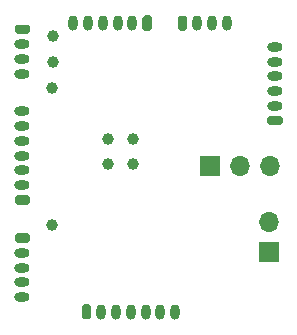
<source format=gbr>
G04 #@! TF.GenerationSoftware,KiCad,Pcbnew,(5.1.8-0-10_14)*
G04 #@! TF.CreationDate,2021-11-26T07:07:57-05:00*
G04 #@! TF.ProjectId,4809Rc,34383039-5263-42e6-9b69-6361645f7063,rev?*
G04 #@! TF.SameCoordinates,Original*
G04 #@! TF.FileFunction,Soldermask,Bot*
G04 #@! TF.FilePolarity,Negative*
%FSLAX46Y46*%
G04 Gerber Fmt 4.6, Leading zero omitted, Abs format (unit mm)*
G04 Created by KiCad (PCBNEW (5.1.8-0-10_14)) date 2021-11-26 07:07:57*
%MOMM*%
%LPD*%
G01*
G04 APERTURE LIST*
%ADD10C,1.000000*%
%ADD11O,1.700000X1.700000*%
%ADD12R,1.700000X1.700000*%
%ADD13O,0.800000X1.300000*%
%ADD14O,1.300000X0.800000*%
G04 APERTURE END LIST*
D10*
X148592540Y-100025200D03*
X153316400Y-94898399D03*
X155422600Y-94919800D03*
X148590000Y-88506300D03*
X153316400Y-92786200D03*
X155422600Y-92786200D03*
X148602700Y-86296500D03*
X148602700Y-84086700D03*
D11*
X166966900Y-99809300D03*
D12*
X166966900Y-102349300D03*
D13*
X158972900Y-107403900D03*
X157722900Y-107403900D03*
X156472900Y-107403900D03*
X155222900Y-107403900D03*
X153972900Y-107403900D03*
X152722900Y-107403900D03*
G36*
G01*
X151072900Y-107853900D02*
X151072900Y-106953900D01*
G75*
G02*
X151272900Y-106753900I200000J0D01*
G01*
X151672900Y-106753900D01*
G75*
G02*
X151872900Y-106953900I0J-200000D01*
G01*
X151872900Y-107853900D01*
G75*
G02*
X151672900Y-108053900I-200000J0D01*
G01*
X151272900Y-108053900D01*
G75*
G02*
X151072900Y-107853900I0J200000D01*
G01*
G37*
X163363600Y-82981800D03*
X162113600Y-82981800D03*
X160863600Y-82981800D03*
G36*
G01*
X159213600Y-83431800D02*
X159213600Y-82531800D01*
G75*
G02*
X159413600Y-82331800I200000J0D01*
G01*
X159813600Y-82331800D01*
G75*
G02*
X160013600Y-82531800I0J-200000D01*
G01*
X160013600Y-83431800D01*
G75*
G02*
X159813600Y-83631800I-200000J0D01*
G01*
X159413600Y-83631800D01*
G75*
G02*
X159213600Y-83431800I0J200000D01*
G01*
G37*
D11*
X166979600Y-95084900D03*
X164439600Y-95084900D03*
D12*
X161899600Y-95084900D03*
D14*
X146050000Y-90442400D03*
X146050000Y-91692400D03*
X146050000Y-92942400D03*
X146050000Y-94192400D03*
X146050000Y-95442400D03*
X146050000Y-96692400D03*
G36*
G01*
X146500000Y-98342400D02*
X145600000Y-98342400D01*
G75*
G02*
X145400000Y-98142400I0J200000D01*
G01*
X145400000Y-97742400D01*
G75*
G02*
X145600000Y-97542400I200000J0D01*
G01*
X146500000Y-97542400D01*
G75*
G02*
X146700000Y-97742400I0J-200000D01*
G01*
X146700000Y-98142400D01*
G75*
G02*
X146500000Y-98342400I-200000J0D01*
G01*
G37*
X146050000Y-106180900D03*
X146050000Y-104930900D03*
X146050000Y-103680900D03*
X146050000Y-102430900D03*
G36*
G01*
X145600000Y-100780900D02*
X146500000Y-100780900D01*
G75*
G02*
X146700000Y-100980900I0J-200000D01*
G01*
X146700000Y-101380900D01*
G75*
G02*
X146500000Y-101580900I-200000J0D01*
G01*
X145600000Y-101580900D01*
G75*
G02*
X145400000Y-101380900I0J200000D01*
G01*
X145400000Y-100980900D01*
G75*
G02*
X145600000Y-100780900I200000J0D01*
G01*
G37*
X167436800Y-84986800D03*
X167436800Y-86236800D03*
X167436800Y-87486800D03*
X167436800Y-88736800D03*
X167436800Y-89986800D03*
G36*
G01*
X167886800Y-91636800D02*
X166986800Y-91636800D01*
G75*
G02*
X166786800Y-91436800I0J200000D01*
G01*
X166786800Y-91036800D01*
G75*
G02*
X166986800Y-90836800I200000J0D01*
G01*
X167886800Y-90836800D01*
G75*
G02*
X168086800Y-91036800I0J-200000D01*
G01*
X168086800Y-91436800D01*
G75*
G02*
X167886800Y-91636800I-200000J0D01*
G01*
G37*
X146050000Y-87252500D03*
X146050000Y-86002500D03*
X146050000Y-84752500D03*
G36*
G01*
X145600000Y-83102500D02*
X146500000Y-83102500D01*
G75*
G02*
X146700000Y-83302500I0J-200000D01*
G01*
X146700000Y-83702500D01*
G75*
G02*
X146500000Y-83902500I-200000J0D01*
G01*
X145600000Y-83902500D01*
G75*
G02*
X145400000Y-83702500I0J200000D01*
G01*
X145400000Y-83302500D01*
G75*
G02*
X145600000Y-83102500I200000J0D01*
G01*
G37*
D13*
X150353700Y-82969100D03*
X151603700Y-82969100D03*
X152853700Y-82969100D03*
X154103700Y-82969100D03*
X155353700Y-82969100D03*
G36*
G01*
X157003700Y-82519100D02*
X157003700Y-83419100D01*
G75*
G02*
X156803700Y-83619100I-200000J0D01*
G01*
X156403700Y-83619100D01*
G75*
G02*
X156203700Y-83419100I0J200000D01*
G01*
X156203700Y-82519100D01*
G75*
G02*
X156403700Y-82319100I200000J0D01*
G01*
X156803700Y-82319100D01*
G75*
G02*
X157003700Y-82519100I0J-200000D01*
G01*
G37*
M02*

</source>
